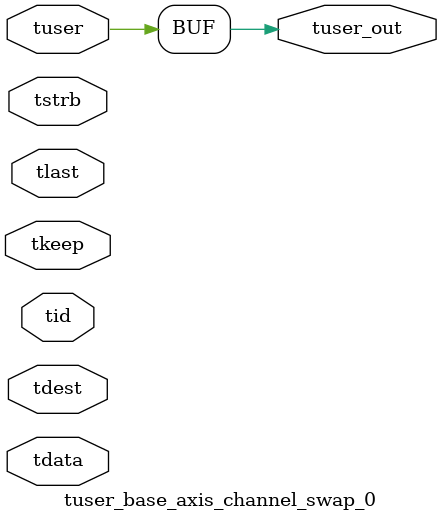
<source format=v>


`timescale 1ps/1ps

module tuser_base_axis_channel_swap_0 #
(
parameter C_S_AXIS_TUSER_WIDTH = 1,
parameter C_S_AXIS_TDATA_WIDTH = 32,
parameter C_S_AXIS_TID_WIDTH   = 0,
parameter C_S_AXIS_TDEST_WIDTH = 0,
parameter C_M_AXIS_TUSER_WIDTH = 1
)
(
input  [(C_S_AXIS_TUSER_WIDTH == 0 ? 1 : C_S_AXIS_TUSER_WIDTH)-1:0     ] tuser,
input  [(C_S_AXIS_TDATA_WIDTH == 0 ? 1 : C_S_AXIS_TDATA_WIDTH)-1:0     ] tdata,
input  [(C_S_AXIS_TID_WIDTH   == 0 ? 1 : C_S_AXIS_TID_WIDTH)-1:0       ] tid,
input  [(C_S_AXIS_TDEST_WIDTH == 0 ? 1 : C_S_AXIS_TDEST_WIDTH)-1:0     ] tdest,
input  [(C_S_AXIS_TDATA_WIDTH/8)-1:0 ] tkeep,
input  [(C_S_AXIS_TDATA_WIDTH/8)-1:0 ] tstrb,
input                                                                    tlast,
output [C_M_AXIS_TUSER_WIDTH-1:0] tuser_out
);

assign tuser_out = {tuser[0:0]};

endmodule


</source>
